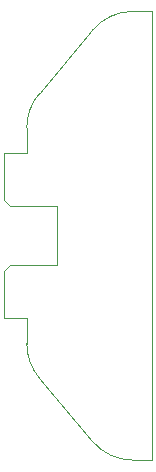
<source format=gko>
G04*
G04 #@! TF.GenerationSoftware,Altium Limited,Altium Designer,18.0.9 (584)*
G04*
G04 Layer_Color=16711935*
%FSLAX44Y44*%
%MOMM*%
G71*
G01*
G75*
%ADD13C,0.1000*%
D13*
X29528Y310296D02*
G03*
X19000Y281371I34472J-28925D01*
G01*
X109000Y379999D02*
G03*
X74528Y363925I0J-45000D01*
G01*
X74528Y16075D02*
G03*
X109000Y0I34472J28925D01*
G01*
X19000Y98629D02*
G03*
X29528Y69703I45000J0D01*
G01*
X44800Y165000D02*
Y215000D01*
X5000D02*
X44800D01*
X0Y220000D02*
X5000Y215000D01*
X0Y220000D02*
Y260000D01*
X19000D01*
Y281371D01*
X29528Y310296D02*
X74528Y363925D01*
X109000Y379999D02*
X125000D01*
Y0D02*
Y379999D01*
X109000Y0D02*
X125000D01*
X29528Y69703D02*
X74528Y16075D01*
X19000Y98629D02*
Y120000D01*
X0D02*
X19000D01*
X0D02*
Y160000D01*
X5000Y165000D01*
X44800D01*
M02*

</source>
